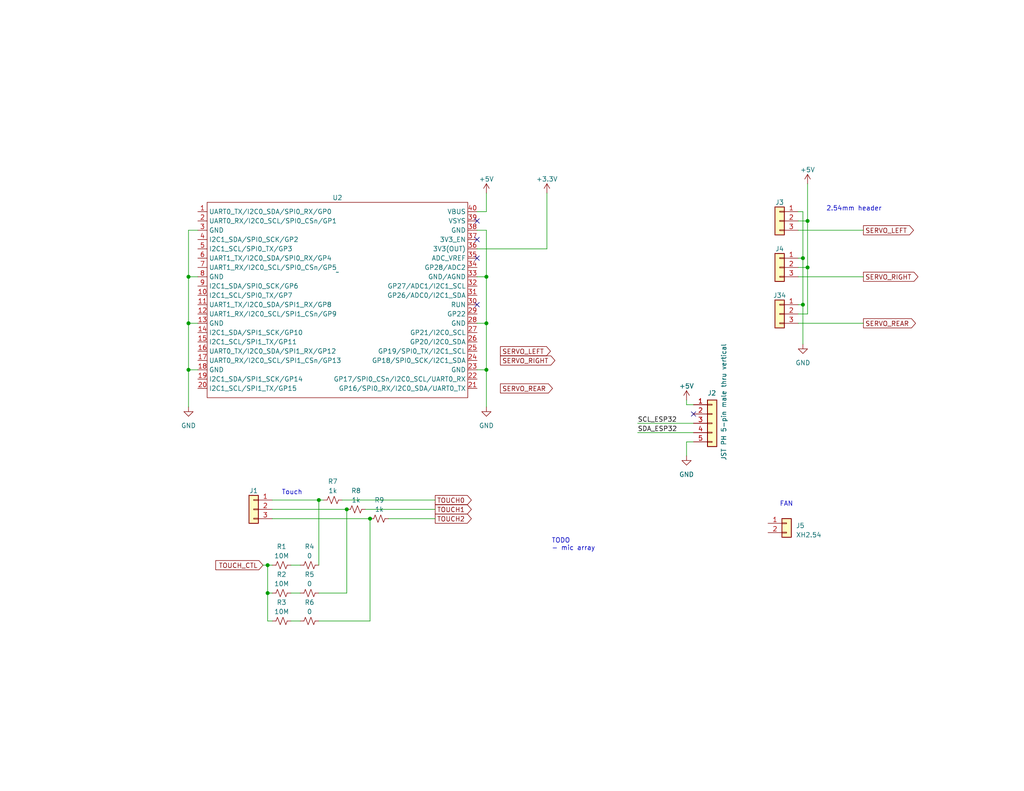
<source format=kicad_sch>
(kicad_sch (version 20230121) (generator eeschema)
  (paper "USLetter")
  (title_block (title "Raspberry Pi Pico Breakout - Head") (company "Maker's Pet") (comment 1 "makerspet.com"))
  (lib_symbols
    (symbol "Connector_Generic:Conn_01x02" (pin_names (offset 1.016) hide)
      (property "Reference" "J" (at 0 2.54 0))
      (property "Value" "Conn_01x02" (at 0 -5.08 0))
      (symbol "Conn_01x02_1_1"
        (rectangle (start -1.27 -2.413) (end 0 -2.667) (stroke (width 0.1524)))
        (rectangle (start -1.27 0.127) (end 0 -0.127) (stroke (width 0.1524)))
        (rectangle (start -1.27 1.27) (end 1.27 -3.81) (stroke (width 0.254)) (fill (type background)))
        (pin passive line (at -5.08 0 0) (length 3.81) (name "Pin_1") (number "1"))
        (pin passive line (at -5.08 -2.54 0) (length 3.81) (name "Pin_2") (number "2"))
      )
    )
    (symbol "Connector_Generic:Conn_01x03" (pin_names (offset 1.016) hide)
      (property "Reference" "J" (at 0 5.08 0))
      (property "Value" "Conn_01x03" (at 0 -5.08 0))
      (symbol "Conn_01x03_1_1"
        (rectangle (start -1.27 -2.413) (end 0 -2.667) (stroke (width 0.1524)))
        (rectangle (start -1.27 0.127) (end 0 -0.127) (stroke (width 0.1524)))
        (rectangle (start -1.27 2.667) (end 0 2.413) (stroke (width 0.1524)))
        (rectangle (start -1.27 3.81) (end 1.27 -3.81) (stroke (width 0.254)) (fill (type background)))
        (pin passive line (at -5.08 2.54 0) (length 3.81) (name "Pin_1") (number "1"))
        (pin passive line (at -5.08 0 0) (length 3.81) (name "Pin_2") (number "2"))
        (pin passive line (at -5.08 -2.54 0) (length 3.81) (name "Pin_3") (number "3"))
      )
    )
    (symbol "Connector_Generic:Conn_01x05" (pin_names (offset 1.016) hide)
      (property "Reference" "J" (at 0 7.62 0))
      (property "Value" "Conn_01x05" (at 0 -7.62 0))
      (symbol "Conn_01x05_1_1"
        (rectangle (start -1.27 -4.953) (end 0 -5.207) (stroke (width 0.1524)))
        (rectangle (start -1.27 -2.413) (end 0 -2.667) (stroke (width 0.1524)))
        (rectangle (start -1.27 0.127) (end 0 -0.127) (stroke (width 0.1524)))
        (rectangle (start -1.27 2.667) (end 0 2.413) (stroke (width 0.1524)))
        (rectangle (start -1.27 5.207) (end 0 4.953) (stroke (width 0.1524)))
        (rectangle (start -1.27 6.35) (end 1.27 -6.35) (stroke (width 0.254)) (fill (type background)))
        (pin passive line (at -5.08 5.08 0) (length 3.81) (name "Pin_1") (number "1"))
        (pin passive line (at -5.08 2.54 0) (length 3.81) (name "Pin_2") (number "2"))
        (pin passive line (at -5.08 0 0) (length 3.81) (name "Pin_3") (number "3"))
        (pin passive line (at -5.08 -2.54 0) (length 3.81) (name "Pin_4") (number "4"))
        (pin passive line (at -5.08 -5.08 0) (length 3.81) (name "Pin_5") (number "5"))
      )
    )
    (symbol "Device:R_Small_US" (pin_numbers hide) (pin_names (offset 0.254) hide)
      (property "Reference" "R" (at 0.762 0.508 0))
      (property "Value" "R_Small_US" (at 0.762 -1.016 0))
      (symbol "R_Small_US_1_1"
        (polyline (pts (xy 0 0) (xy 1.016 -0.381) (xy 0 -0.762) (xy -1.016 -1.143) (xy 0 -1.524)))
        (polyline (pts (xy 0 1.524) (xy 1.016 1.143) (xy 0 0.762) (xy -1.016 0.381) (xy 0 0)))
        (pin passive line (at 0 2.54 270) (length 1.016) (name "~") (number "1"))
        (pin passive line (at 0 -2.54 90) (length 1.016) (name "~") (number "2"))
      )
    )
    (symbol "Kaia_v2:RASPBERRY-PI-PICO"
      (property "Reference" "U" (at 0 27.94 0))
      (symbol "RASPBERRY-PI-PICO_0_1"
        (rectangle (start -35.56 26.67) (end 35.56 -26.67))
      )
      (symbol "RASPBERRY-PI-PICO_1_1"
        (pin bidirectional line (at -38.1 24.13 0) (length 2.54) (name "UART0_TX/I2C0_SDA/SPI0_RX/GP0") (number "1"))
        (pin bidirectional line (at -38.1 1.27 0) (length 2.54) (name "I2C1_SCL/SPI0_TX/GP7") (number "10"))
        (pin bidirectional line (at -38.1 -1.27 0) (length 2.54) (name "UART1_TX/I2C0_SDA/SPI1_RX/GP8") (number "11"))
        (pin bidirectional line (at -38.1 -3.81 0) (length 2.54) (name "UART1_RX/I2C0_SCL/SPI1_CSn/GP9") (number "12"))
        (pin passive line (at -38.1 -6.35 0) (length 2.54) (name "GND") (number "13"))
        (pin bidirectional line (at -38.1 -8.89 0) (length 2.54) (name "I2C1_SDA/SPI1_SCK/GP10") (number "14"))
        (pin bidirectional line (at -38.1 -11.43 0) (length 2.54) (name "I2C1_SCL/SPI1_TX/GP11") (number "15"))
        (pin bidirectional line (at -38.1 -13.97 0) (length 2.54) (name "UART0_TX/I2C0_SDA/SPI1_RX/GP12") (number "16"))
        (pin bidirectional line (at -38.1 -16.51 0) (length 2.54) (name "UART0_RX/I2C0_SCL/SPI1_CSn/GP13") (number "17"))
        (pin passive line (at -38.1 -19.05 0) (length 2.54) (name "GND") (number "18"))
        (pin bidirectional line (at -38.1 -21.59 0) (length 2.54) (name "I2C1_SDA/SPI1_SCK/GP14") (number "19"))
        (pin bidirectional line (at -38.1 21.59 0) (length 2.54) (name "UART0_RX/I2C0_SCL/SPI0_CSn/GP1") (number "2"))
        (pin bidirectional line (at -38.1 -24.13 0) (length 2.54) (name "I2C1_SCL/SPI1_TX/GP15") (number "20"))
        (pin bidirectional line (at 38.1 -24.13 180) (length 2.54) (name "GP16/SPI0_RX/I2C0_SDA/UART0_TX") (number "21"))
        (pin bidirectional line (at 38.1 -21.59 180) (length 2.54) (name "GP17/SPI0_CSn/I2C0_SCL/UART0_RX") (number "22"))
        (pin passive line (at 38.1 -19.05 180) (length 2.54) (name "GND") (number "23"))
        (pin passive line (at 38.1 -16.51 180) (length 2.54) (name "GP18/SPI0_SCK/I2C1_SDA") (number "24"))
        (pin bidirectional line (at 38.1 -13.97 180) (length 2.54) (name "GP19/SPI0_TX/I2C1_SCL") (number "25"))
        (pin bidirectional line (at 38.1 -11.43 180) (length 2.54) (name "GP20/I2C0_SDA") (number "26"))
        (pin bidirectional line (at 38.1 -8.89 180) (length 2.54) (name "GP21/I2C0_SCL") (number "27"))
        (pin passive line (at 38.1 -6.35 180) (length 2.54) (name "GND") (number "28"))
        (pin bidirectional line (at 38.1 -3.81 180) (length 2.54) (name "GP22") (number "29"))
        (pin passive line (at -38.1 19.05 0) (length 2.54) (name "GND") (number "3"))
        (pin input line (at 38.1 -1.27 180) (length 2.54) (name "RUN") (number "30"))
        (pin bidirectional line (at 38.1 1.27 180) (length 2.54) (name "GP26/ADC0/I2C1_SDA") (number "31"))
        (pin bidirectional line (at 38.1 3.81 180) (length 2.54) (name "GP27/ADC1/I2C1_SCL") (number "32"))
        (pin passive line (at 38.1 6.35 180) (length 2.54) (name "GND/AGND") (number "33"))
        (pin bidirectional line (at 38.1 8.89 180) (length 2.54) (name "GP28/ADC2") (number "34"))
        (pin passive line (at 38.1 11.43 180) (length 2.54) (name "ADC_VREF") (number "35"))
        (pin power_out line (at 38.1 13.97 180) (length 2.54) (name "3V3(OUT)") (number "36"))
        (pin input line (at 38.1 16.51 180) (length 2.54) (name "3V3_EN") (number "37"))
        (pin passive line (at 38.1 19.05 180) (length 2.54) (name "GND") (number "38"))
        (pin power_out line (at 38.1 21.59 180) (length 2.54) (name "VSYS") (number "39"))
        (pin bidirectional line (at -38.1 16.51 0) (length 2.54) (name "I2C1_SDA/SPI0_SCK/GP2") (number "4"))
        (pin power_out line (at 38.1 24.13 180) (length 2.54) (name "VBUS") (number "40"))
        (pin bidirectional line (at -38.1 13.97 0) (length 2.54) (name "I2C1_SCL/SPI0_TX/GP3") (number "5"))
        (pin bidirectional line (at -38.1 11.43 0) (length 2.54) (name "UART1_TX/I2C0_SDA/SPI0_RX/GP4") (number "6"))
        (pin bidirectional line (at -38.1 8.89 0) (length 2.54) (name "UART1_RX/I2C0_SCL/SPI0_CSn/GP5") (number "7"))
        (pin passive line (at -38.1 6.35 0) (length 2.54) (name "GND") (number "8"))
        (pin bidirectional line (at -38.1 3.81 0) (length 2.54) (name "I2C1_SDA/SPI0_SCK/GP6") (number "9"))
      )
    )
    (symbol "power:+3.3V" (power) (pin_names (offset 0))
      (property "Value" "+3.3V" (at 0 3.556 0))
      (symbol "+3.3V_0_1"
        (polyline (pts (xy -0.762 1.27) (xy 0 2.54)))
        (polyline (pts (xy 0 0) (xy 0 2.54)))
        (polyline (pts (xy 0 2.54) (xy 0.762 1.27)))
      )
      (symbol "+3.3V_1_1"
        (pin power_in line (at 0 0 90) (length 0) hide (name "+3.3V") (number "1"))
      )
    )
    (symbol "power:+5V" (power) (pin_names (offset 0))
      (property "Value" "+5V" (at 0 3.556 0))
      (symbol "+5V_0_1"
        (polyline (pts (xy -0.762 1.27) (xy 0 2.54)))
        (polyline (pts (xy 0 0) (xy 0 2.54)))
        (polyline (pts (xy 0 2.54) (xy 0.762 1.27)))
      )
      (symbol "+5V_1_1"
        (pin power_in line (at 0 0 90) (length 0) hide (name "+5V") (number "1"))
      )
    )
    (symbol "power:GND" (power) (pin_names (offset 0))
      (property "Value" "GND" (at 0 -3.81 0))
      (symbol "GND_0_1"
        (polyline (pts (xy 0 0) (xy 0 -1.27) (xy 1.27 -1.27) (xy 0 -2.54) (xy -1.27 -1.27) (xy 0 -1.27)))
      )
      (symbol "GND_1_1"
        (pin power_in line (at 0 0 270) (length 0) hide (name "GND") (number "1"))
      )
    )
  )
  (junction (at 73.025 161.925))
  (junction (at 100.965 141.605))
  (junction (at 51.435 88.265))
  (junction (at 220.345 73.025))
  (junction (at 132.715 88.265))
  (junction (at 94.615 139.065))
  (junction (at 73.025 154.305))
  (junction (at 51.435 100.965))
  (junction (at 220.345 60.325))
  (junction (at 219.075 83.185))
  (junction (at 132.715 100.965))
  (junction (at 132.715 75.565))
  (junction (at 51.435 75.565))
  (junction (at 219.075 70.485))
  (junction (at 86.995 136.525))
  (no_connect (at 130.175 70.485))
  (no_connect (at 130.175 60.325))
  (no_connect (at 130.175 65.405))
  (no_connect (at 189.23 113.03))
  (no_connect (at 130.175 83.185))
  (wire (pts (xy 187.325 120.65) (xy 187.325 124.46)))
  (wire (pts (xy 73.025 154.305) (xy 73.025 161.925)))
  (wire (pts (xy 51.435 88.265) (xy 51.435 100.965)))
  (wire (pts (xy 173.99 115.57) (xy 189.23 115.57)))
  (wire (pts (xy 79.375 161.925) (xy 81.915 161.925)))
  (wire (pts (xy 74.295 139.065) (xy 94.615 139.065)))
  (wire (pts (xy 94.615 139.065) (xy 94.615 161.925)))
  (wire (pts (xy 219.075 83.185) (xy 219.075 93.98)))
  (wire (pts (xy 79.375 169.545) (xy 81.915 169.545)))
  (wire (pts (xy 132.715 52.705) (xy 132.715 57.785)))
  (wire (pts (xy 132.715 88.265) (xy 132.715 100.965)))
  (wire (pts (xy 130.175 100.965) (xy 132.715 100.965)))
  (wire (pts (xy 73.025 154.305) (xy 74.295 154.305)))
  (wire (pts (xy 217.805 88.265) (xy 235.585 88.265)))
  (wire (pts (xy 51.435 62.865) (xy 51.435 75.565)))
  (wire (pts (xy 99.695 139.065) (xy 118.745 139.065)))
  (wire (pts (xy 217.805 75.565) (xy 235.585 75.565)))
  (wire (pts (xy 93.345 136.525) (xy 118.745 136.525)))
  (wire (pts (xy 220.345 73.025) (xy 220.345 85.725)))
  (wire (pts (xy 51.435 75.565) (xy 51.435 88.265)))
  (wire (pts (xy 73.025 161.925) (xy 74.295 161.925)))
  (wire (pts (xy 132.715 100.965) (xy 132.715 111.125)))
  (wire (pts (xy 86.995 154.305) (xy 86.995 136.525)))
  (wire (pts (xy 187.325 110.49) (xy 187.325 109.22)))
  (wire (pts (xy 173.99 118.11) (xy 189.23 118.11)))
  (wire (pts (xy 73.025 169.545) (xy 74.295 169.545)))
  (wire (pts (xy 100.965 141.605) (xy 100.965 169.545)))
  (wire (pts (xy 74.295 141.605) (xy 100.965 141.605)))
  (wire (pts (xy 217.805 57.785) (xy 219.075 57.785)))
  (wire (pts (xy 217.805 83.185) (xy 219.075 83.185)))
  (wire (pts (xy 217.805 60.325) (xy 220.345 60.325)))
  (wire (pts (xy 132.715 75.565) (xy 132.715 88.265)))
  (wire (pts (xy 51.435 88.265) (xy 53.975 88.265)))
  (wire (pts (xy 217.805 62.865) (xy 235.585 62.865)))
  (wire (pts (xy 130.175 62.865) (xy 132.715 62.865)))
  (wire (pts (xy 73.025 161.925) (xy 73.025 169.545)))
  (wire (pts (xy 130.175 75.565) (xy 132.715 75.565)))
  (wire (pts (xy 187.325 120.65) (xy 189.23 120.65)))
  (wire (pts (xy 86.995 169.545) (xy 100.965 169.545)))
  (wire (pts (xy 217.805 70.485) (xy 219.075 70.485)))
  (wire (pts (xy 130.175 57.785) (xy 132.715 57.785)))
  (wire (pts (xy 130.175 67.945) (xy 149.225 67.945)))
  (wire (pts (xy 220.345 73.025) (xy 217.805 73.025)))
  (wire (pts (xy 51.435 100.965) (xy 53.975 100.965)))
  (wire (pts (xy 220.345 50.165) (xy 220.345 60.325)))
  (wire (pts (xy 132.715 62.865) (xy 132.715 75.565)))
  (wire (pts (xy 220.345 85.725) (xy 217.805 85.725)))
  (wire (pts (xy 74.295 136.525) (xy 86.995 136.525)))
  (wire (pts (xy 106.045 141.605) (xy 118.745 141.605)))
  (wire (pts (xy 79.375 154.305) (xy 81.915 154.305)))
  (wire (pts (xy 71.755 154.305) (xy 73.025 154.305)))
  (wire (pts (xy 219.075 57.785) (xy 219.075 70.485)))
  (wire (pts (xy 51.435 75.565) (xy 53.975 75.565)))
  (wire (pts (xy 130.175 88.265) (xy 132.715 88.265)))
  (wire (pts (xy 53.975 62.865) (xy 51.435 62.865)))
  (wire (pts (xy 189.23 110.49) (xy 187.325 110.49)))
  (wire (pts (xy 86.995 136.525) (xy 88.265 136.525)))
  (wire (pts (xy 86.995 161.925) (xy 94.615 161.925)))
  (wire (pts (xy 149.225 52.705) (xy 149.225 67.945)))
  (wire (pts (xy 219.075 70.485) (xy 219.075 83.185)))
  (wire (pts (xy 220.345 60.325) (xy 220.345 73.025)))
  (wire (pts (xy 51.435 100.965) (xy 51.435 111.125)))
  (text "Touch" (at 76.835 135.255 0) (effects (font (size 1.27 1.27)) (justify left bottom)))
  (text "FAN" (at 212.725 138.43 0) (effects (font (size 1.27 1.27)) (justify left bottom)))
  (text "TODO\n- mic array" (at 150.495 150.495 0) (effects (font (size 1.27 1.27)) (justify left bottom)))
  (text "2.54mm header" (at 225.425 57.785 0) (effects (font (size 1.27 1.27)) (justify left bottom)))
  (label "SDA_ESP32" (at 173.99 118.11 0))
  (label "SCL_ESP32" (at 173.99 115.57 0))
  (global_label "SERVO_REAR" (shape output) (at 136.525 106.045 0) (property "Intersheetrefs" "${INTERSHEET_REFS}" (effects hide)))
  (global_label "SERVO_LEFT" (shape output) (at 136.525 95.885 0) (property "Intersheetrefs" "${INTERSHEET_REFS}" (effects hide)))
  (global_label "TOUCH2" (shape output) (at 118.745 141.605 0) (property "Intersheetrefs" "${INTERSHEET_REFS}" (effects hide)))
  (global_label "TOUCH1" (shape output) (at 118.745 139.065 0) (property "Intersheetrefs" "${INTERSHEET_REFS}" (effects hide)))
  (global_label "SERVO_RIGHT" (shape output) (at 136.525 98.425 0) (property "Intersheetrefs" "${INTERSHEET_REFS}" (effects hide)))
  (global_label "TOUCH0" (shape output) (at 118.745 136.525 0) (property "Intersheetrefs" "${INTERSHEET_REFS}" (effects hide)))
  (global_label "SERVO_RIGHT" (shape output) (at 235.585 75.565 0) (property "Intersheetrefs" "${INTERSHEET_REFS}" (effects hide)))
  (global_label "TOUCH_CTL" (shape input) (at 71.755 154.305 180) (property "Intersheetrefs" "${INTERSHEET_REFS}" (effects hide)))
  (global_label "SERVO_LEFT" (shape output) (at 235.585 62.865 0) (property "Intersheetrefs" "${INTERSHEET_REFS}" (effects hide)))
  (global_label "SERVO_REAR" (shape output) (at 235.585 88.265 0) (property "Intersheetrefs" "${INTERSHEET_REFS}" (effects hide)))
  (symbol (lib_id "Device:R_Small_US") (at 76.835 169.545 270) (unit 1)
    (property "Reference" "R3" (at 76.835 164.465 90))
    (property "Value" "10M" (at 76.835 167.005 90))
  )
  (symbol (lib_id "Device:R_Small_US") (at 76.835 161.925 270) (unit 1)
    (property "Reference" "R2" (at 76.835 156.845 90))
    (property "Value" "10M" (at 76.835 159.385 90))
  )
  (symbol (lib_id "Connector_Generic:Conn_01x03") (at 212.725 85.725 0) (mirror y) (unit 1)
    (property "Reference" "J34" (at 212.725 80.645 0))
    (property "Value" "Conn_01x03" (effects hide))
  )
  (symbol (lib_id "power:+5V") (at 132.715 52.705 0) (unit 1)
    (property "Reference" "#PWR05" (effects hide))
    (property "Value" "+5V" (at 132.715 48.895 0))
  )
  (symbol (lib_id "Device:R_Small_US") (at 84.455 169.545 270) (unit 1)
    (property "Reference" "R6" (at 84.455 164.465 90))
    (property "Value" "0" (at 84.455 167.005 90))
  )
  (symbol (lib_id "Connector_Generic:Conn_01x02") (at 214.63 142.875 0) (unit 1)
    (property "Reference" "J5" (at 217.17 143.51 0) (effects (justify left)))
    (property "Value" "XH2.54" (at 217.17 146.05 0) (effects (justify left)))
    (property "Footprint" "Connector_JST:JST_XH_B2B-XH-A_1x02_P2.50mm_Vertical" (effects hide))
  )
  (symbol (lib_id "power:GND") (at 51.435 111.125 0) (unit 1)
    (property "Reference" "#PWR03" (effects hide))
    (property "Value" "GND" (at 51.435 116.205 0))
  )
  (symbol (lib_id "Connector_Generic:Conn_01x05") (at 194.31 115.57 0) (unit 1)
    (property "Reference" "J2" (at 193.04 107.315 0) (effects (justify left)))
    (property "Value" "JST PH 5-pin male thru vertical" (at 197.485 125.73 90) (effects (justify left)))
    (property "Footprint" "Connector_JST:JST_PH_B5B-PH-K_1x05_P2.00mm_Vertical" (effects hide))
  )
  (symbol (lib_id "Device:R_Small_US") (at 97.155 139.065 270) (unit 1)
    (property "Reference" "R8" (at 97.155 133.985 90))
    (property "Value" "1k" (at 97.155 136.525 90))
  )
  (symbol (lib_id "power:GND") (at 219.075 93.98 0) (unit 1)
    (property "Reference" "#PWR01" (effects hide))
    (property "Value" "GND" (at 219.075 99.06 0))
  )
  (symbol (lib_id "power:+3.3V") (at 149.225 52.705 0) (unit 1)
    (property "Reference" "#PWR053" (effects hide))
    (property "Value" "+3.3V" (at 149.225 48.895 0))
  )
  (symbol (lib_id "Device:R_Small_US") (at 84.455 154.305 270) (unit 1)
    (property "Reference" "R4" (at 84.455 149.225 90))
    (property "Value" "0" (at 84.455 151.765 90))
  )
  (symbol (lib_id "Device:R_Small_US") (at 76.835 154.305 270) (unit 1)
    (property "Reference" "R1" (at 76.835 149.225 90))
    (property "Value" "10M" (at 76.835 151.765 90))
  )
  (symbol (lib_id "Device:R_Small_US") (at 84.455 161.925 270) (unit 1)
    (property "Reference" "R5" (at 84.455 156.845 90))
    (property "Value" "0" (at 84.455 159.385 90))
  )
  (symbol (lib_id "Device:R_Small_US") (at 103.505 141.605 270) (unit 1)
    (property "Reference" "R9" (at 103.505 136.525 90))
    (property "Value" "1k" (at 103.505 139.065 90))
  )
  (symbol (lib_id "power:GND") (at 187.325 124.46 0) (unit 1)
    (property "Reference" "#PWR06" (effects hide))
    (property "Value" "GND" (at 187.325 129.54 0))
  )
  (symbol (lib_id "Connector_Generic:Conn_01x03") (at 212.725 73.025 0) (mirror y) (unit 1)
    (property "Reference" "J4" (at 212.725 67.945 0))
    (property "Value" "Conn_01x03" (effects hide))
  )
  (symbol (lib_id "Connector_Generic:Conn_01x03") (at 69.215 139.065 0) (mirror y) (unit 1)
    (property "Reference" "J1" (at 69.215 133.985 0))
    (property "Value" "Conn_01x03" (effects hide))
  )
  (symbol (lib_id "Device:R_Small_US") (at 90.805 136.525 270) (unit 1)
    (property "Reference" "R7" (at 90.805 131.445 90))
    (property "Value" "1k" (at 90.805 133.985 90))
  )
  (symbol (lib_id "power:+5V") (at 187.325 109.22 0) (unit 1)
    (property "Reference" "#PWR07" (effects hide))
    (property "Value" "+5V" (at 187.325 105.41 0))
  )
  (symbol (lib_id "Kaia_v2:RASPBERRY-PI-PICO") (at 92.075 81.915 0) (unit 1)
    (property "Reference" "U2" (at 92.075 53.975 0))
    (property "Value" "~" (at 92.075 74.295 0))
  )
  (symbol (lib_id "power:GND") (at 132.715 111.125 0) (unit 1)
    (property "Reference" "#PWR02" (effects hide))
    (property "Value" "GND" (at 132.715 116.205 0))
  )
  (symbol (lib_id "Connector_Generic:Conn_01x03") (at 212.725 60.325 0) (mirror y) (unit 1)
    (property "Reference" "J3" (at 212.725 55.245 0))
    (property "Value" "Conn_01x03" (effects hide))
  )
  (symbol (lib_id "power:+5V") (at 220.345 50.165 0) (unit 1)
    (property "Reference" "#PWR04" (effects hide))
    (property "Value" "+5V" (at 220.345 46.355 0))
  )
)
</source>
